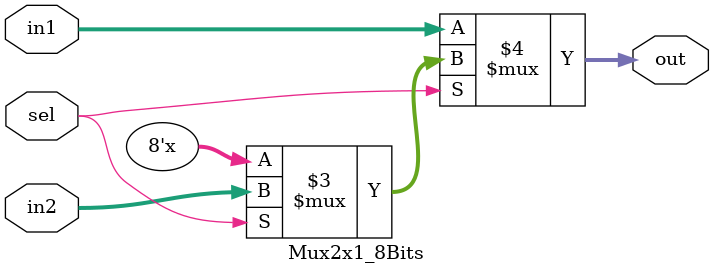
<source format=v>
module Mux2x1_8Bits(out, in1, in2, sel);

input [7:0] in1, in2; 
input sel;
output [7:0] out; 

assign out = 	(sel == 1'b0) ? in1 :
		(sel == 1'b1) ? in2 : 8'bx;

endmodule

</source>
